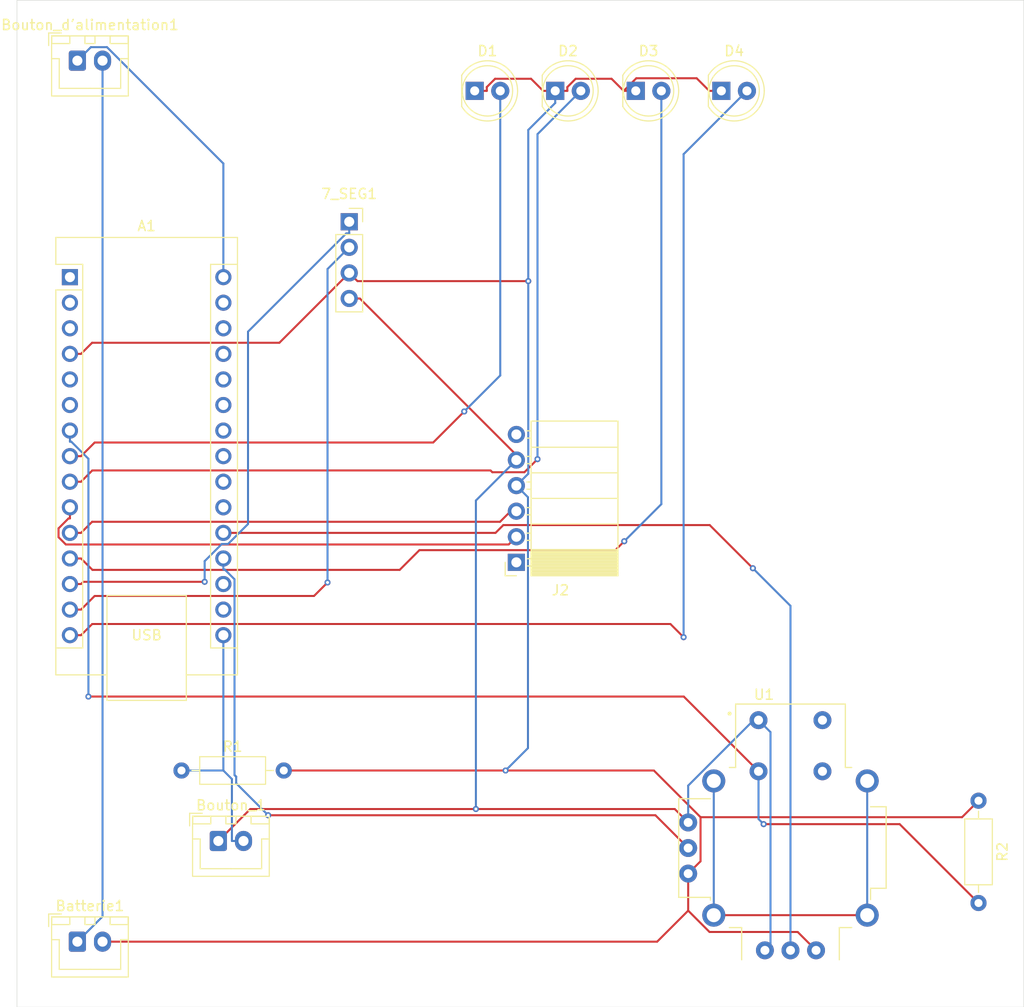
<source format=kicad_pcb>
(kicad_pcb (version 20241229) (generator "pcbnew") (generator_version "9.0")
  (layers (0 "F.Cu" signal) (2 "B.Cu" signal) (13 "F.Paste" user) (15 "B.Paste" user) (5 "F.SilkS" user "F.Silkscreen") (7 "B.SilkS" user "B.Silkscreen") (1 "F.Mask" user) (3 "B.Mask" user) (25 "Edge.Cuts" user))
  (net 0 "")
  (net 1 "/7_SEG_CLK")
  (net 2 "+5V")
  (net 3 "GND")
  (net 4 "/7_SEG_DIO")
  (net 8 "/H2")
  (net 9 "/LED_4")
  (net 11 "/LED_2")
  (net 13 "/LED_1")
  (net 14 "/V2")
  (net 15 "/BTH_TX")
  (net 17 "/BTN_1")
  (net 19 "/BTN_BATT_OUT")
  (net 24 "/BTH_RX")
  (net 25 "/<NO NET>")
  (net 31 "/LED_3")
  (net 32 "/BTN_BATT_IN")
  (net 33 "/BTH_EN")
  (net 34 "/BTH_STATE")
  (net 35 "Earth")
  (footprint "LED_THT:LED_D5.0mm_Clear" (layer "F.Cu") (at 149.46 59.5)
    (property "Reference" "D3" (at 1.27 -3.96 0) (layer "F.SilkS"))
    (property "Value" "LED")
    (fp_line (start -1.29 -1.545) (end -1.29 1.545) (stroke (width 0.12)) (layer "F.SilkS"))
    (fp_arc (start -1.29 -1.54483) (mid 2.071779 -2.880495) (end 4.26 0) (stroke (width 0.12)) (layer "F.SilkS"))
    (fp_arc (start 4.26 0) (mid 2.071779 2.880495) (end -1.29 1.54483) (stroke (width 0.12)) (layer "F.SilkS"))
    (fp_circle (center 1.27 0) (end 3.77 0) (stroke (width 0.12)) (fill no) (layer "F.SilkS"))
    (pad "1" thru_hole rect (at 0 0) (size 1.8 1.8) (drill 0.9) (layers "*.Cu" "*.Mask") (net 3 "GND"))
    (pad "2" thru_hole circle (at 2.54 0) (size 1.8 1.8) (drill 0.9) (layers "*.Cu" "*.Mask") (net 31 "/LED_3"))
  )
  (footprint "Resistor_THT:R_Axial_DIN0207_L6.3mm_D2.5mm_P10.16mm_Horizontal" (layer "F.Cu") (at 104.34 127)
    (property "Reference" "R1" (at 5.08 -2.37 0) (layer "F.SilkS"))
    (property "Value" "R")
    (fp_line (start 1.04 0) (end 1.81 0) (stroke (width 0.12)) (layer "F.SilkS"))
    (fp_line (start 9.12 0) (end 8.35 0) (stroke (width 0.12)) (layer "F.SilkS"))
    (fp_rect (start 1.81 -1.37) (end 8.35 1.37) (stroke (width 0.12)) (fill no) (layer "F.SilkS"))
    (pad "1" thru_hole circle (at 0 0) (size 1.6 1.6) (drill 0.8) (layers "*.Cu" "*.Mask") (net 17 "/BTN_1"))
    (pad "2" thru_hole circle (at 10.16 0) (size 1.6 1.6) (drill 0.8) (layers "*.Cu" "*.Mask") (net 3 "GND"))
  )
  (footprint "COM-09032:XDCR_COM-09032" (layer "F.Cu") (at 164.825 134.7)
    (property "Reference" "U1" (at -2.625 -15.235 0) (layer "F.SilkS"))
    (property "Value" "COM-09032")
    (fp_line (start -11.1 -4.9) (end -7.95 -4.9) (stroke (width 0.127)) (layer "F.SilkS"))
    (fp_line (start -11.1 4.9) (end -11.1 -4.9) (stroke (width 0.127)) (layer "F.SilkS"))
    (fp_line (start -7.95 4.9) (end -11.1 4.9) (stroke (width 0.127)) (layer "F.SilkS"))
    (fp_line (start -7.95 5.17) (end -7.95 4.9) (stroke (width 0.127)) (layer "F.SilkS"))
    (fp_line (start -6.07 -8) (end -5.45 -8) (stroke (width 0.127)) (layer "F.SilkS"))
    (fp_line (start -5.45 -14.3) (end 5.45 -14.3) (stroke (width 0.127)) (layer "F.SilkS"))
    (fp_line (start -5.45 -8) (end -5.45 -14.3) (stroke (width 0.127)) (layer "F.SilkS"))
    (fp_line (start -4.85 7.9) (end -6.07 7.9) (stroke (width 0.127)) (layer "F.SilkS"))
    (fp_line (start -4.85 11.1) (end -4.85 7.9) (stroke (width 0.127)) (layer "F.SilkS"))
    (fp_line (start 4.85 7.9) (end 4.85 11.1) (stroke (width 0.127)) (layer "F.SilkS"))
    (fp_line (start 5.45 -14.3) (end 5.45 -8) (stroke (width 0.127)) (layer "F.SilkS"))
    (fp_line (start 5.45 -8) (end 6.08 -8) (stroke (width 0.127)) (layer "F.SilkS"))
    (fp_line (start 6.08 7.9) (end 4.85 7.9) (stroke (width 0.127)) (layer "F.SilkS"))
    (fp_line (start 7.95 -4.1) (end 9.5 -4.1) (stroke (width 0.127)) (layer "F.SilkS"))
    (fp_line (start 7.95 4) (end 7.95 5.12) (stroke (width 0.127)) (layer "F.SilkS"))
    (fp_line (start 9.5 -4.1) (end 9.5 4) (stroke (width 0.127)) (layer "F.SilkS"))
    (fp_line (start 9.5 4) (end 7.95 4) (stroke (width 0.127)) (layer "F.SilkS"))
    (fp_circle (center -6.05 -13.35) (end -5.95 -13.35) (stroke (width 0.2)) (fill no) (layer "F.SilkS"))
    (pad "B1A" thru_hole circle (at -3.175 -12.7) (size 1.778 1.778) (drill 0.9) (layers "*.Cu" "*.Mask") (net 2 "+5V"))
    (pad "B1B" thru_hole circle (at 3.175 -12.7) (size 1.778 1.778) (drill 0.9) (layers "*.Cu" "*.Mask"))
    (pad "B2A" thru_hole circle (at -3.175 -7.62) (size 1.778 1.778) (drill 0.9) (layers "*.Cu" "*.Mask") (net 25 "/<NO NET>"))
    (pad "B2B" thru_hole circle (at 3.175 -7.62) (size 1.778 1.778) (drill 0.9) (layers "*.Cu" "*.Mask"))
    (pad "H1" thru_hole circle (at -2.54 10.16) (size 1.778 1.778) (drill 0.889) (layers "*.Cu" "*.Mask") (net 2 "+5V"))
    (pad "H2" thru_hole circle (at 0 10.16) (size 1.778 1.778) (drill 0.889) (layers "*.Cu" "*.Mask") (net 8 "/H2"))
    (pad "H3" thru_hole circle (at 2.54 10.16) (size 1.778 1.778) (drill 0.889) (layers "*.Cu" "*.Mask") (net 3 "GND"))
    (pad "S1" thru_hole circle (at -7.62 -6.6675) (size 2.286 2.286) (drill 1.397) (layers "*.Cu" "*.Mask") (net 35 "Earth"))
    (pad "S2" thru_hole circle (at -7.62 6.6675) (size 2.286 2.286) (drill 1.397) (layers "*.Cu" "*.Mask") (net 35 "Earth"))
    (pad "S3" thru_hole circle (at 7.62 6.6675) (size 2.286 2.286) (drill 1.397) (layers "*.Cu" "*.Mask") (net 35 "Earth"))
    (pad "S4" thru_hole circle (at 7.62 -6.6675) (size 2.286 2.286) (drill 1.397) (layers "*.Cu" "*.Mask") (net 35 "Earth"))
    (pad "V1" thru_hole circle (at -10.16 -2.54) (size 1.778 1.778) (drill 0.889) (layers "*.Cu" "*.Mask") (net 2 "+5V"))
    (pad "V2" thru_hole circle (at -10.16 0) (size 1.778 1.778) (drill 0.889) (layers "*.Cu" "*.Mask") (net 14 "/V2"))
    (pad "V3" thru_hole circle (at -10.16 2.54) (size 1.778 1.778) (drill 0.889) (layers "*.Cu" "*.Mask") (net 3 "GND"))
  )
  (footprint "LED_THT:LED_D5.0mm_Clear" (layer "F.Cu") (at 141.46 59.5)
    (property "Reference" "D2" (at 1.27 -3.96 0) (layer "F.SilkS"))
    (property "Value" "LED")
    (fp_line (start -1.29 -1.545) (end -1.29 1.545) (stroke (width 0.12)) (layer "F.SilkS"))
    (fp_arc (start -1.29 -1.54483) (mid 2.071779 -2.880495) (end 4.26 0) (stroke (width 0.12)) (layer "F.SilkS"))
    (fp_arc (start 4.26 0) (mid 2.071779 2.880495) (end -1.29 1.54483) (stroke (width 0.12)) (layer "F.SilkS"))
    (fp_circle (center 1.27 0) (end 3.77 0) (stroke (width 0.12)) (fill no) (layer "F.SilkS"))
    (pad "1" thru_hole rect (at 0 0) (size 1.8 1.8) (drill 0.9) (layers "*.Cu" "*.Mask") (net 3 "GND"))
    (pad "2" thru_hole circle (at 2.54 0) (size 1.8 1.8) (drill 0.9) (layers "*.Cu" "*.Mask") (net 11 "/LED_2"))
  )
  (footprint "Connector_JST:JST_XH_B2B-XH-A_1x02_P2.50mm_Vertical" (layer "F.Cu") (at 94 56.5)
    (property "Reference" "Bouton_d'alimentation1" (at 1.25 -3.55 0) (layer "F.SilkS"))
    (property "Value" "Conn_01x02_Socket")
    (fp_line (start -2.85 -2.75) (end -2.85 -1.5) (stroke (width 0.12)) (layer "F.SilkS"))
    (fp_line (start -2.55 -0.2) (end -1.8 -0.2) (stroke (width 0.12)) (layer "F.SilkS"))
    (fp_line (start -1.8 -0.2) (end -1.8 2.75) (stroke (width 0.12)) (layer "F.SilkS"))
    (fp_line (start -1.8 2.75) (end 1.25 2.75) (stroke (width 0.12)) (layer "F.SilkS"))
    (fp_line (start -1.6 -2.75) (end -2.85 -2.75) (stroke (width 0.12)) (layer "F.SilkS"))
    (fp_line (start 4.3 -0.2) (end 4.3 2.75) (stroke (width 0.12)) (layer "F.SilkS"))
    (fp_line (start 4.3 2.75) (end 1.25 2.75) (stroke (width 0.12)) (layer "F.SilkS"))
    (fp_line (start 5.05 -0.2) (end 4.3 -0.2) (stroke (width 0.12)) (layer "F.SilkS"))
    (fp_rect (start -2.56 -2.46) (end 5.06 3.51) (stroke (width 0.12)) (fill no) (layer "F.SilkS"))
    (fp_rect (start -2.55 -2.45) (end -0.75 -1.7) (stroke (width 0.12)) (fill no) (layer "F.SilkS"))
    (fp_rect (start 0.75 -2.45) (end 1.75 -1.7) (stroke (width 0.12)) (fill no) (layer "F.SilkS"))
    (fp_rect (start 3.25 -2.45) (end 5.05 -1.7) (stroke (width 0.12)) (fill no) (layer "F.SilkS"))
    (pad "1" thru_hole roundrect (at 0 0) (size 1.7 2) (drill 1) (layers "*.Cu" "*.Mask") (roundrect_rratio 0.147059) (net 19 "/BTN_BATT_OUT"))
    (pad "2" thru_hole oval (at 2.5 0) (size 1.7 2) (drill 1) (layers "*.Cu" "*.Mask") (net 32 "/BTN_BATT_IN"))
  )
  (footprint "LED_THT:LED_D5.0mm_Clear" (layer "F.Cu") (at 157.96 59.5)
    (property "Reference" "D4" (at 1.27 -3.96 0) (layer "F.SilkS"))
    (property "Value" "LED")
    (fp_line (start -1.29 -1.545) (end -1.29 1.545) (stroke (width 0.12)) (layer "F.SilkS"))
    (fp_arc (start -1.29 -1.54483) (mid 2.071779 -2.880495) (end 4.26 0) (stroke (width 0.12)) (layer "F.SilkS"))
    (fp_arc (start 4.26 0) (mid 2.071779 2.880495) (end -1.29 1.54483) (stroke (width 0.12)) (layer "F.SilkS"))
    (fp_circle (center 1.27 0) (end 3.77 0) (stroke (width 0.12)) (fill no) (layer "F.SilkS"))
    (pad "1" thru_hole rect (at 0 0) (size 1.8 1.8) (drill 0.9) (layers "*.Cu" "*.Mask") (net 3 "GND"))
    (pad "2" thru_hole circle (at 2.54 0) (size 1.8 1.8) (drill 0.9) (layers "*.Cu" "*.Mask") (net 9 "/LED_4"))
  )
  (footprint "Resistor_THT:R_Axial_DIN0207_L6.3mm_D2.5mm_P10.16mm_Horizontal" (layer "F.Cu") (at 183.5 130 -90)
    (property "Reference" "R2" (at 5.08 -2.37 90) (layer "F.SilkS"))
    (property "Value" "R")
    (fp_line (start 1.04 0) (end 1.81 0) (stroke (width 0.12)) (layer "F.SilkS"))
    (fp_line (start 9.12 0) (end 8.35 0) (stroke (width 0.12)) (layer "F.SilkS"))
    (fp_rect (start 1.81 -1.37) (end 8.35 1.37) (stroke (width 0.12)) (fill no) (layer "F.SilkS"))
    (pad "1" thru_hole circle (at 0 0 270) (size 1.6 1.6) (drill 0.8) (layers "*.Cu" "*.Mask") (net 3 "GND"))
    (pad "2" thru_hole circle (at 10.16 0 270) (size 1.6 1.6) (drill 0.8) (layers "*.Cu" "*.Mask") (net 25 "/<NO NET>"))
  )
  (footprint "Connector_JST:JST_XH_B2B-XH-A_1x02_P2.50mm_Vertical" (layer "F.Cu") (at 108 134)
    (property "Reference" "Bouton_1" (at 1.25 -3.55 0) (layer "F.SilkS"))
    (property "Value" "Conn_01x02_Socket")
    (fp_line (start -2.85 -2.75) (end -2.85 -1.5) (stroke (width 0.12)) (layer "F.SilkS"))
    (fp_line (start -2.55 -0.2) (end -1.8 -0.2) (stroke (width 0.12)) (layer "F.SilkS"))
    (fp_line (start -1.8 -0.2) (end -1.8 2.75) (stroke (width 0.12)) (layer "F.SilkS"))
    (fp_line (start -1.8 2.75) (end 1.25 2.75) (stroke (width 0.12)) (layer "F.SilkS"))
    (fp_line (start -1.6 -2.75) (end -2.85 -2.75) (stroke (width 0.12)) (layer "F.SilkS"))
    (fp_line (start 4.3 -0.2) (end 4.3 2.75) (stroke (width 0.12)) (layer "F.SilkS"))
    (fp_line (start 4.3 2.75) (end 1.25 2.75) (stroke (width 0.12)) (layer "F.SilkS"))
    (fp_line (start 5.05 -0.2) (end 4.3 -0.2) (stroke (width 0.12)) (layer "F.SilkS"))
    (fp_rect (start -2.56 -2.46) (end 5.06 3.51) (stroke (width 0.12)) (fill no) (layer "F.SilkS"))
    (fp_rect (start -2.55 -2.45) (end -0.75 -1.7) (stroke (width 0.12)) (fill no) (layer "F.SilkS"))
    (fp_rect (start 0.75 -2.45) (end 1.75 -1.7) (stroke (width 0.12)) (fill no) (layer "F.SilkS"))
    (fp_rect (start 3.25 -2.45) (end 5.05 -1.7) (stroke (width 0.12)) (fill no) (layer "F.SilkS"))
    (pad "1" thru_hole roundrect (at 0 0) (size 1.7 2) (drill 1) (layers "*.Cu" "*.Mask") (roundrect_rratio 0.147059) (net 2 "+5V"))
    (pad "2" thru_hole oval (at 2.5 0) (size 1.7 2) (drill 1) (layers "*.Cu" "*.Mask") (net 17 "/BTN_1"))
  )
  (footprint "Module:Arduino_Nano" (layer "F.Cu") (at 93.26 78)
    (property "Reference" "A1" (at 7.62 -5.08 0) (layer "F.SilkS"))
    (property "Value" "Arduino_Nano_v3.x")
    (fp_line (start -1.4 -3.94) (end -1.4 -1.27) (stroke (width 0.12)) (layer "F.SilkS"))
    (fp_line (start -1.4 1.27) (end -1.4 39.5) (stroke (width 0.12)) (layer "F.SilkS"))
    (fp_line (start -1.4 39.5) (end 3.68 39.5) (stroke (width 0.12)) (layer "F.SilkS"))
    (fp_line (start 1.27 -1.27) (end -1.4 -1.27) (stroke (width 0.12)) (layer "F.SilkS"))
    (fp_line (start 1.27 1.27) (end -1.4 1.27) (stroke (width 0.12)) (layer "F.SilkS"))
    (fp_line (start 1.27 1.27) (end 1.27 -1.27) (stroke (width 0.12)) (layer "F.SilkS"))
    (fp_line (start 1.27 1.27) (end 1.27 36.83) (stroke (width 0.12)) (layer "F.SilkS"))
    (fp_line (start 1.27 36.83) (end -1.4 36.83) (stroke (width 0.12)) (layer "F.SilkS"))
    (fp_line (start 3.68 31.62) (end 11.56 31.62) (stroke (width 0.12)) (layer "F.SilkS"))
    (fp_line (start 3.68 42.04) (end 3.68 31.62) (stroke (width 0.12)) (layer "F.SilkS"))
    (fp_line (start 11.56 31.62) (end 11.56 42.04) (stroke (width 0.12)) (layer "F.SilkS"))
    (fp_line (start 11.56 42.04) (end 3.68 42.04) (stroke (width 0.12)) (layer "F.SilkS"))
    (fp_line (start 13.97 -1.27) (end 13.97 36.83) (stroke (width 0.12)) (layer "F.SilkS"))
    (fp_line (start 13.97 -1.27) (end 16.64 -1.27) (stroke (width 0.12)) (layer "F.SilkS"))
    (fp_line (start 13.97 36.83) (end 16.64 36.83) (stroke (width 0.12)) (layer "F.SilkS"))
    (fp_line (start 16.64 -3.94) (end -1.4 -3.94) (stroke (width 0.12)) (layer "F.SilkS"))
    (fp_line (start 16.64 39.5) (end 11.56 39.5) (stroke (width 0.12)) (layer "F.SilkS"))
    (fp_line (start 16.64 39.5) (end 16.64 -3.94) (stroke (width 0.12)) (layer "F.SilkS"))
    (fp_text user "USB" (at 7.62 35.56 0) (layer "F.SilkS"))
    (pad "1" thru_hole rect (at 0 0) (size 1.6 1.6) (drill 1) (layers "*.Cu" "*.Mask"))
    (pad "2" thru_hole oval (at 0 2.54) (size 1.6 1.6) (drill 1) (layers "*.Cu" "*.Mask"))
    (pad "3" thru_hole oval (at 0 5.08) (size 1.6 1.6) (drill 1) (layers "*.Cu" "*.Mask"))
    (pad "4" thru_hole oval (at 0 7.62) (size 1.6 1.6) (drill 1) (layers "*.Cu" "*.Mask") (net 3 "GND"))
    (pad "5" thru_hole oval (at 0 10.16) (size 1.6 1.6) (drill 1) (layers "*.Cu" "*.Mask"))
    (pad "6" thru_hole oval (at 0 12.7) (size 1.6 1.6) (drill 1) (layers "*.Cu" "*.Mask"))
    (pad "7" thru_hole oval (at 0 15.24) (size 1.6 1.6) (drill 1) (layers "*.Cu" "*.Mask") (net 25 "/<NO NET>"))
    (pad "8" thru_hole oval (at 0 17.78) (size 1.6 1.6) (drill 1) (layers "*.Cu" "*.Mask") (net 13 "/LED_1"))
    (pad "9" thru_hole oval (at 0 20.32) (size 1.6 1.6) (drill 1) (layers "*.Cu" "*.Mask") (net 11 "/LED_2"))
    (pad "10" thru_hole oval (at 0 22.86) (size 1.6 1.6) (drill 1) (layers "*.Cu" "*.Mask") (net 24 "/BTH_RX"))
    (pad "11" thru_hole oval (at 0 25.4) (size 1.6 1.6) (drill 1) (layers "*.Cu" "*.Mask") (net 15 "/BTH_TX"))
    (pad "12" thru_hole oval (at 0 27.94) (size 1.6 1.6) (drill 1) (layers "*.Cu" "*.Mask") (net 31 "/LED_3"))
    (pad "13" thru_hole oval (at 0 30.48) (size 1.6 1.6) (drill 1) (layers "*.Cu" "*.Mask") (net 1 "/7_SEG_CLK"))
    (pad "14" thru_hole oval (at 0 33.02) (size 1.6 1.6) (drill 1) (layers "*.Cu" "*.Mask") (net 4 "/7_SEG_DIO"))
    (pad "15" thru_hole oval (at 0 35.56) (size 1.6 1.6) (drill 1) (layers "*.Cu" "*.Mask") (net 9 "/LED_4"))
    (pad "16" thru_hole oval (at 15.24 35.56) (size 1.6 1.6) (drill 1) (layers "*.Cu" "*.Mask") (net 17 "/BTN_1"))
    (pad "17" thru_hole oval (at 15.24 33.02) (size 1.6 1.6) (drill 1) (layers "*.Cu" "*.Mask"))
    (pad "18" thru_hole oval (at 15.24 30.48) (size 1.6 1.6) (drill 1) (layers "*.Cu" "*.Mask"))
    (pad "19" thru_hole oval (at 15.24 27.94) (size 1.6 1.6) (drill 1) (layers "*.Cu" "*.Mask") (net 14 "/V2"))
    (pad "20" thru_hole oval (at 15.24 25.4) (size 1.6 1.6) (drill 1) (layers "*.Cu" "*.Mask") (net 8 "/H2"))
    (pad "21" thru_hole oval (at 15.24 22.86) (size 1.6 1.6) (drill 1) (layers "*.Cu" "*.Mask"))
    (pad "22" thru_hole oval (at 15.24 20.32) (size 1.6 1.6) (drill 1) (layers "*.Cu" "*.Mask"))
    (pad "23" thru_hole oval (at 15.24 17.78) (size 1.6 1.6) (drill 1) (layers "*.Cu" "*.Mask"))
    (pad "24" thru_hole oval (at 15.24 15.24) (size 1.6 1.6) (drill 1) (layers "*.Cu" "*.Mask"))
    (pad "25" thru_hole oval (at 15.24 12.7) (size 1.6 1.6) (drill 1) (layers "*.Cu" "*.Mask"))
    (pad "26" thru_hole oval (at 15.24 10.16) (size 1.6 1.6) (drill 1) (layers "*.Cu" "*.Mask"))
    (pad "27" thru_hole oval (at 15.24 7.62) (size 1.6 1.6) (drill 1) (layers "*.Cu" "*.Mask"))
    (pad "28" thru_hole oval (at 15.24 5.08) (size 1.6 1.6) (drill 1) (layers "*.Cu" "*.Mask"))
    (pad "29" thru_hole oval (at 15.24 2.54) (size 1.6 1.6) (drill 1) (layers "*.Cu" "*.Mask"))
    (pad "30" thru_hole oval (at 15.24 0) (size 1.6 1.6) (drill 1) (layers "*.Cu" "*.Mask") (net 19 "/BTN_BATT_OUT"))
  )
  (footprint "Connector_JST:JST_XH_B2B-XH-A_1x02_P2.50mm_Vertical" (layer "F.Cu") (at 94 144)
    (property "Reference" "Batterie1" (at 1.25 -3.55 0) (layer "F.SilkS"))
    (property "Value" "Conn_01x02_Socket")
    (fp_line (start -2.85 -2.75) (end -2.85 -1.5) (stroke (width 0.12)) (layer "F.SilkS"))
    (fp_line (start -2.55 -0.2) (end -1.8 -0.2) (stroke (width 0.12)) (layer "F.SilkS"))
    (fp_line (start -1.8 -0.2) (end -1.8 2.75) (stroke (width 0.12)) (layer "F.SilkS"))
    (fp_line (start -1.8 2.75) (end 1.25 2.75) (stroke (width 0.12)) (layer "F.SilkS"))
    (fp_line (start -1.6 -2.75) (end -2.85 -2.75) (stroke (width 0.12)) (layer "F.SilkS"))
    (fp_line (start 4.3 -0.2) (end 4.3 2.75) (stroke (width 0.12)) (layer "F.SilkS"))
    (fp_line (start 4.3 2.75) (end 1.25 2.75) (stroke (width 0.12)) (layer "F.SilkS"))
    (fp_line (start 5.05 -0.2) (end 4.3 -0.2) (stroke (width 0.12)) (layer "F.SilkS"))
    (fp_rect (start -2.56 -2.46) (end 5.06 3.51) (stroke (width 0.12)) (fill no) (layer "F.SilkS"))
    (fp_rect (start -2.55 -2.45) (end -0.75 -1.7) (stroke (width 0.12)) (fill no) (layer "F.SilkS"))
    (fp_rect (start 0.75 -2.45) (end 1.75 -1.7) (stroke (width 0.12)) (fill no) (layer "F.SilkS"))
    (fp_rect (start 3.25 -2.45) (end 5.05 -1.7) (stroke (width 0.12)) (fill no) (layer "F.SilkS"))
    (pad "1" thru_hole roundrect (at 0 0) (size 1.7 2) (drill 1) (layers "*.Cu" "*.Mask") (roundrect_rratio 0.147059) (net 32 "/BTN_BATT_IN"))
    (pad "2" thru_hole oval (at 2.5 0) (size 1.7 2) (drill 1) (layers "*.Cu" "*.Mask") (net 3 "GND"))
  )
  (footprint "Connector_PinSocket_2.54mm:PinSocket_1x06_P2.54mm_Horizontal" (layer "F.Cu") (at 137.6 106.325 180)
    (property "Reference" "J2" (at -4.38 -2.77 0) (layer "F.SilkS"))
    (property "Value" "Bluetooth")
    (fp_line (start 1.11 -1.33) (end 1.11 0) (stroke (width 0.12)) (layer "F.SilkS"))
    (fp_line (start 0 -1.33) (end 1.11 -1.33) (stroke (width 0.12)) (layer "F.SilkS"))
    (fp_line (start -1.46 13.06) (end -1.05 13.06) (stroke (width 0.12)) (layer "F.SilkS"))
    (fp_line (start -1.46 12.34) (end -1.05 12.34) (stroke (width 0.12)) (layer "F.SilkS"))
    (fp_line (start -1.46 10.52) (end -1.05 10.52) (stroke (width 0.12)) (layer "F.SilkS"))
    (fp_line (start -1.46 9.8) (end -1.05 9.8) (stroke (width 0.12)) (layer "F.SilkS"))
    (fp_line (start -1.46 7.98) (end -1.05 7.98) (stroke (width 0.12)) (layer "F.SilkS"))
    (fp_line (start -1.46 7.26) (end -1.05 7.26) (stroke (width 0.12)) (layer "F.SilkS"))
    (fp_line (start -1.46 5.44) (end -1.05 5.44) (stroke (width 0.12)) (layer "F.SilkS"))
    (fp_line (start -1.46 4.72) (end -1.05 4.72) (stroke (width 0.12)) (layer "F.SilkS"))
    (fp_line (start -1.46 2.9) (end -1.05 2.9) (stroke (width 0.12)) (layer "F.SilkS"))
    (fp_line (start -1.46 2.18) (end -1.05 2.18) (stroke (width 0.12)) (layer "F.SilkS"))
    (fp_line (start -1.46 0.36) (end -1.11 0.36) (stroke (width 0.12)) (layer "F.SilkS"))
    (fp_line (start -1.46 -0.36) (end -1.11 -0.36) (stroke (width 0.12)) (layer "F.SilkS"))
    (fp_line (start -1.46 -1.33) (end -1.46 14.03) (stroke (width 0.12)) (layer "F.SilkS"))
    (fp_line (start -10.09 14.03) (end -1.46 14.03) (stroke (width 0.12)) (layer "F.SilkS"))
    (fp_line (start -10.09 11.43) (end -1.46 11.43) (stroke (width 0.12)) (layer "F.SilkS"))
    (fp_line (start -10.09 8.89) (end -1.46 8.89) (stroke (width 0.12)) (layer "F.SilkS"))
    (fp_line (start -10.09 6.35) (end -1.46 6.35) (stroke (width 0.12)) (layer "F.SilkS"))
    (fp_line (start -10.09 3.81) (end -1.46 3.81) (stroke (width 0.12)) (layer "F.SilkS"))
    (fp_line (start -10.09 1.27) (end -1.46 1.27) (stroke (width 0.12)) (layer "F.SilkS"))
    (fp_line (start -10.09 1.1519) (end -1.46 1.1519) (stroke (width 0.12)) (layer "F.SilkS"))
    (fp_line (start -10.09 1.033805) (end -1.46 1.033805) (stroke (width 0.12)) (layer "F.SilkS"))
    (fp_line (start -10.09 0.91571) (end -1.46 0.91571) (stroke (width 0.12)) (layer "F.SilkS"))
    (fp_line (start -10.09 0.797615) (end -1.46 0.797615) (stroke (width 0.12)) (layer "F.SilkS"))
    (fp_line (start -10.09 0.67952) (end -1.46 0.67952) (stroke (width 0.12)) (layer "F.SilkS"))
    (fp_line (start -10.09 0.561425) (end -1.46 0.561425) (stroke (width 0.12)) (layer "F.SilkS"))
    (fp_line (start -10.09 0.44333) (end -1.46 0.44333) (stroke (width 0.12)) (layer "F.SilkS"))
    (fp_line (start -10.09 0.325235) (end -1.46 0.325235) (stroke (width 0.12)) (layer "F.SilkS"))
    (fp_line (start -10.09 0.20714) (end -1.46 0.20714) (stroke (width 0.12)) (layer "F.SilkS"))
    (fp_line (start -10.09 0.089045) (end -1.46 0.089045) (stroke (width 0.12)) (layer "F.SilkS"))
    (fp_line (start -10.09 -0.02905) (end -1.46 -0.02905) (stroke (width 0.12)) (layer "F.SilkS"))
    (fp_line (start -10.09 -0.147145) (end -1.46 -0.147145) (stroke (width 0.12)) (layer "F.SilkS"))
    (fp_line (start -10.09 -0.26524) (end -1.46 -0.26524) (stroke (width 0.12)) (layer "F.SilkS"))
    (fp_line (start -10.09 -0.383335) (end -1.46 -0.383335) (stroke (width 0.12)) (layer "F.SilkS"))
    (fp_line (start -10.09 -0.50143) (end -1.46 -0.50143) (stroke (width 0.12)) (layer "F.SilkS"))
    (fp_line (start -10.09 -0.619525) (end -1.46 -0.619525) (stroke (width 0.12)) (layer "F.SilkS"))
    (fp_line (start -10.09 -0.73762) (end -1.46 -0.73762) (stroke (width 0.12)) (layer "F.SilkS"))
    (fp_line (start -10.09 -0.855715) (end -1.46 -0.855715) (stroke (width 0.12)) (layer "F.SilkS"))
    (fp_line (start -10.09 -0.97381) (end -1.46 -0.97381) (stroke (width 0.12)) (layer "F.SilkS"))
    (fp_line (start -10.09 -1.091905) (end -1.46 -1.091905) (stroke (width 0.12)) (layer "F.SilkS"))
    (fp_line (start -10.09 -1.21) (end -1.46 -1.21) (stroke (width 0.12)) (layer "F.SilkS"))
    (fp_line (start -10.09 -1.33) (end -1.46 -1.33) (stroke (width 0.12)) (layer "F.SilkS"))
    (fp_line (start -10.09 -1.33) (end -10.09 14.03) (stroke (width 0.12)) (layer "F.SilkS"))
    (pad "1" thru_hole rect (at 0 0 180) (size 1.7 1.7) (drill 1) (layers "*.Cu" "*.Mask") (net 34 "/BTH_STATE"))
    (pad "2" thru_hole circle (at 0 2.54 180) (size 1.7 1.7) (drill 1) (layers "*.Cu" "*.Mask") (net 24 "/BTH_RX"))
    (pad "3" thru_hole circle (at 0 5.08 180) (size 1.7 1.7) (drill 1) (layers "*.Cu" "*.Mask") (net 15 "/BTH_TX"))
    (pad "4" thru_hole circle (at 0 7.62 180) (size 1.7 1.7) (drill 1) (layers "*.Cu" "*.Mask") (net 3 "GND"))
    (pad "5" thru_hole circle (at 0 10.16 180) (size 1.7 1.7) (drill 1) (layers "*.Cu" "*.Mask") (net 2 "+5V"))
    (pad "6" thru_hole circle (at 0 12.7 180) (size 1.7 1.7) (drill 1) (layers "*.Cu" "*.Mask") (net 33 "/BTH_EN"))
  )
  (footprint "Connector_PinSocket_2.54mm:PinSocket_1x04_P2.54mm_Vertical" (layer "F.Cu") (at 121 72.5)
    (property "Reference" "7_SEG1" (at 0 -2.77 0) (layer "F.SilkS"))
    (property "Value" "Conn_01x04_Socket")
    (fp_line (start -1.33 1.27) (end -1.33 8.95) (stroke (width 0.12)) (layer "F.SilkS"))
    (fp_line (start -1.33 1.27) (end 1.33 1.27) (stroke (width 0.12)) (layer "F.SilkS"))
    (fp_line (start -1.33 8.95) (end 1.33 8.95) (stroke (width 0.12)) (layer "F.SilkS"))
    (fp_line (start 0 -1.33) (end 1.33 -1.33) (stroke (width 0.12)) (layer "F.SilkS"))
    (fp_line (start 1.33 -1.33) (end 1.33 0) (stroke (width 0.12)) (layer "F.SilkS"))
    (fp_line (start 1.33 1.27) (end 1.33 8.95) (stroke (width 0.12)) (layer "F.SilkS"))
    (pad "1" thru_hole rect (at 0 0) (size 1.7 1.7) (drill 1) (layers "*.Cu" "*.Mask") (net 1 "/7_SEG_CLK"))
    (pad "2" thru_hole circle (at 0 2.54) (size 1.7 1.7) (drill 1) (layers "*.Cu" "*.Mask") (net 4 "/7_SEG_DIO"))
    (pad "3" thru_hole circle (at 0 5.08) (size 1.7 1.7) (drill 1) (layers "*.Cu" "*.Mask") (net 3 "GND"))
    (pad "4" thru_hole circle (at 0 7.62) (size 1.7 1.7) (drill 1) (layers "*.Cu" "*.Mask") (net 2 "+5V"))
  )
  (footprint "LED_THT:LED_D5.0mm_Clear" (layer "F.Cu") (at 133.46 59.5)
    (property "Reference" "D1" (at 1.27 -3.96 0) (layer "F.SilkS"))
    (property "Value" "LED")
    (fp_line (start -1.29 -1.545) (end -1.29 1.545) (stroke (width 0.12)) (layer "F.SilkS"))
    (fp_arc (start -1.29 -1.54483) (mid 2.071779 -2.880495) (end 4.26 0) (stroke (width 0.12)) (layer "F.SilkS"))
    (fp_arc (start 4.26 0) (mid 2.071779 2.880495) (end -1.29 1.54483) (stroke (width 0.12)) (layer "F.SilkS"))
    (fp_circle (center 1.27 0) (end 3.77 0) (stroke (width 0.12)) (fill no) (layer "F.SilkS"))
    (pad "1" thru_hole rect (at 0 0) (size 1.8 1.8) (drill 0.9) (layers "*.Cu" "*.Mask") (net 3 "GND"))
    (pad "2" thru_hole circle (at 2.54 0) (size 1.8 1.8) (drill 0.9) (layers "*.Cu" "*.Mask") (net 13 "/LED_1"))
  )
  (gr_rect (start 88 50.5) (end 188 150.5) (stroke (width 0.05)) (fill no) (layer "Edge.Cuts"))
  (segment (start 94.584 108.2577) (end 94.3617 108.48) (width 0.2) (layer "F.Cu") (net 1))
  (segment (start 106.6413 108.2577) (end 94.584 108.2577) (width 0.2) (layer "F.Cu") (net 1))
  (segment (start 93.26 108.48) (end 94.3617 108.48) (width 0.2) (layer "F.Cu") (net 1))
  (via (at 106.6413 108.2577) (size 0.6) (drill 0.3) (layers "F.Cu" "B.Cu") (net 1))
  (segment (start 121 73.6517) (end 120.7121 73.6517) (width 0.2) (layer "B.Cu") (net 1))
  (segment (start 120.7121 73.6517) (end 110.9473 83.4165) (width 0.2) (layer "B.Cu") (net 1))
  (segment (start 108.3487 104.5029) (end 106.6413 106.2103) (width 0.2) (layer "B.Cu") (net 1))
  (segment (start 106.6413 106.2103) (end 106.6413 108.2577) (width 0.2) (layer "B.Cu") (net 1))
  (segment (start 110.9473 83.4165) (end 110.9473 102.5201) (width 0.2) (layer "B.Cu") (net 1))
  (segment (start 108.9645 104.5029) (end 108.3487 104.5029) (width 0.2) (layer "B.Cu") (net 1))
  (segment (start 121 72.5) (end 121 73.6517) (width 0.2) (layer "B.Cu") (net 1))
  (segment (start 110.9473 102.5201) (end 108.9645 104.5029) (width 0.2) (layer "B.Cu") (net 1))
  (segment (start 122.0532 80.12) (end 121 80.12) (width 0.2) (layer "F.Cu") (net 2))
  (segment (start 111.1742 130.8258) (end 133.5801 130.8258) (width 0.2) (layer "F.Cu") (net 2))
  (segment (start 137.6 95.6668) (end 122.0532 80.12) (width 0.2) (layer "F.Cu") (net 2))
  (segment (start 137.6 96.165) (end 137.6 95.6668) (width 0.2) (layer "F.Cu") (net 2))
  (segment (start 133.5801 130.8258) (end 153.3308 130.8258) (width 0.2) (layer "F.Cu") (net 2))
  (segment (start 153.3308 130.8258) (end 154.665 132.16) (width 0.2) (layer "F.Cu") (net 2))
  (segment (start 108 134) (end 111.1742 130.8258) (width 0.2) (layer "F.Cu") (net 2))
  (via (at 133.5801 130.8258) (size 0.6) (drill 0.3) (layers "F.Cu" "B.Cu") (net 2))
  (segment (start 161.1666 122) (end 161.65 122) (width 0.2) (layer "B.Cu") (net 2))
  (segment (start 137.6 96.165) (end 133.5801 100.1849) (width 0.2) (layer "B.Cu") (net 2))
  (segment (start 162.8407 144.3043) (end 162.8407 123.1907) (width 0.2) (layer "B.Cu") (net 2))
  (segment (start 154.665 128.5016) (end 161.1666 122) (width 0.2) (layer "B.Cu") (net 2))
  (segment (start 162.285 144.86) (end 162.8407 144.3043) (width 0.2) (layer "B.Cu") (net 2))
  (segment (start 133.5801 100.1849) (end 133.5801 130.8258) (width 0.2) (layer "B.Cu") (net 2))
  (segment (start 162.8407 123.1907) (end 161.65 122) (width 0.2) (layer "B.Cu") (net 2))
  (segment (start 154.665 132.16) (end 154.665 128.5016) (width 0.2) (layer "B.Cu") (net 2))
  (segment (start 157.96 59.5) (end 156.7583 59.5) (width 0.2) (layer "F.Cu") (net 3))
  (segment (start 149.46 59.5) (end 148.2583 59.5) (width 0.2) (layer "F.Cu") (net 3))
  (segment (start 147.0566 58.2983) (end 143.4878 58.2983) (width 0.2) (layer "F.Cu") (net 3))
  (segment (start 114.5 127) (end 136.5272 127) (width 0.2) (layer "F.Cu") (net 3))
  (segment (start 151.5827 144) (end 154.665 140.9177) (width 0.2) (layer "F.Cu") (net 3))
  (segment (start 156.7583 59.5) (end 155.5043 58.246) (width 0.2) (layer "F.Cu") (net 3))
  (segment (start 142.6617 59.1244) (end 142.6617 59.5) (width 0.2) (layer "F.Cu") (net 3))
  (segment (start 139.0566 58.2983) (end 140.2583 59.5) (width 0.2) (layer "F.Cu") (net 3))
  (segment (start 141.46 59.5) (end 142.6617 59.5) (width 0.2) (layer "F.Cu") (net 3))
  (segment (start 141.46 59.5) (end 140.2583 59.5) (width 0.2) (layer "F.Cu") (net 3))
  (segment (start 154.665 140.9177) (end 154.665 137.24) (width 0.2) (layer "F.Cu") (net 3))
  (segment (start 136.5272 127) (end 151.255 127) (width 0.2) (layer "F.Cu") (net 3))
  (segment (start 93.26 85.62) (end 94.3617 85.62) (width 0.2) (layer "F.Cu") (net 3))
  (segment (start 155.5043 58.246) (end 149.5123 58.246) (width 0.2) (layer "F.Cu") (net 3))
  (segment (start 167.365 144.86) (end 165.5417 143.0367) (width 0.2) (layer "F.Cu") (net 3))
  (segment (start 143.4878 58.2983) (end 142.6617 59.1244) (width 0.2) (layer "F.Cu") (net 3))
  (segment (start 156.784 143.0367) (end 154.665 140.9177) (width 0.2) (layer "F.Cu") (net 3))
  (segment (start 148.2583 59.5) (end 147.0566 58.2983) (width 0.2) (layer "F.Cu") (net 3))
  (segment (start 121.816 78.396) (end 121 77.58) (width 0.2) (layer "F.Cu") (net 3))
  (segment (start 134.6617 59.5) (end 134.6617 59.1244) (width 0.2) (layer "F.Cu") (net 3))
  (segment (start 155.8923 136.0127) (end 154.665 137.24) (width 0.2) (layer "F.Cu") (net 3))
  (segment (start 155.8923 131.6373) (end 181.8627 131.6373) (width 0.2) (layer "F.Cu") (net 3))
  (segment (start 151.255 127) (end 155.8923 131.6373) (width 0.2) (layer "F.Cu") (net 3))
  (segment (start 149.5123 58.246) (end 148.2583 59.5) (width 0.2) (layer "F.Cu") (net 3))
  (segment (start 133.46 59.5) (end 134.6617 59.5) (width 0.2) (layer "F.Cu") (net 3))
  (segment (start 165.5417 143.0367) (end 156.784 143.0367) (width 0.2) (layer "F.Cu") (net 3))
  (segment (start 114.0617 84.5183) (end 121 77.58) (width 0.2) (layer "F.Cu") (net 3))
  (segment (start 181.8627 131.6373) (end 183.5 130) (width 0.2) (layer "F.Cu") (net 3))
  (segment (start 95.4634 84.5183) (end 114.0617 84.5183) (width 0.2) (layer "F.Cu") (net 3))
  (segment (start 94.3617 85.62) (end 95.4634 84.5183) (width 0.2) (layer "F.Cu") (net 3))
  (segment (start 135.4878 58.2983) (end 139.0566 58.2983) (width 0.2) (layer "F.Cu") (net 3))
  (segment (start 96.5 144) (end 151.5827 144) (width 0.2) (layer "F.Cu") (net 3))
  (segment (start 155.8923 131.6373) (end 155.8923 136.0127) (width 0.2) (layer "F.Cu") (net 3))
  (segment (start 138.7829 78.396) (end 121.816 78.396) (width 0.2) (layer "F.Cu") (net 3))
  (segment (start 134.6617 59.1244) (end 135.4878 58.2983) (width 0.2) (layer "F.Cu") (net 3))
  (via (at 136.5272 127) (size 0.6) (drill 0.3) (layers "F.Cu" "B.Cu") (net 3))
  (via (at 138.7829 78.396) (size 0.6) (drill 0.3) (layers "F.Cu" "B.Cu") (net 3))
  (segment (start 138.7517 124.7755) (end 138.7517 99.8567) (width 0.2) (layer "B.Cu") (net 3))
  (segment (start 138.7517 99.8567) (end 137.6 98.705) (width 0.2) (layer "B.Cu") (net 3))
  (segment (start 138.7829 63.3788) (end 141.46 60.7017) (width 0.2) (layer "B.Cu") (net 3))
  (segment (start 137.6 98.705) (end 138.7829 97.5221) (width 0.2) (layer "B.Cu") (net 3))
  (segment (start 138.7829 78.396) (end 138.7829 63.3788) (width 0.2) (layer "B.Cu") (net 3))
  (segment (start 136.5272 127) (end 138.7517 124.7755) (width 0.2) (layer "B.Cu") (net 3))
  (segment (start 138.7829 97.5221) (end 138.7829 78.396) (width 0.2) (layer "B.Cu") (net 3))
  (segment (start 141.46 59.5) (end 141.46 60.7017) (width 0.2) (layer "B.Cu") (net 3))
  (segment (start 93.26 111.02) (end 94.3617 111.02) (width 0.2) (layer "F.Cu") (net 4))
  (segment (start 95.7167 109.665) (end 94.3617 111.02) (width 0.2) (layer "F.Cu") (net 4))
  (segment (start 117.5049 109.665) (end 95.7167 109.665) (width 0.2) (layer "F.Cu") (net 4))
  (segment (start 118.8446 108.3253) (end 117.5049 109.665) (width 0.2) (layer "F.Cu") (net 4))
  (via (at 118.8446 108.3253) (size 0.6) (drill 0.3) (layers "F.Cu" "B.Cu") (net 4))
  (segment (start 118.8446 77.1954) (end 121 75.04) (width 0.2) (layer "B.Cu") (net 4))
  (segment (start 118.8446 108.3253) (end 118.8446 77.1954) (width 0.2) (layer "B.Cu") (net 4))
  (segment (start 156.8029 102.6256) (end 136.3021 102.6256) (width 0.2) (layer "F.Cu") (net 8))
  (segment (start 135.5277 103.4) (end 108.5 103.4) (width 0.2) (layer "F.Cu") (net 8))
  (segment (start 136.3021 102.6256) (end 135.5277 103.4) (width 0.2) (layer "F.Cu") (net 8))
  (segment (start 161.0888 106.9115) (end 156.8029 102.6256) (width 0.2) (layer "F.Cu") (net 8))
  (via (at 161.0888 106.9115) (size 0.6) (drill 0.3) (layers "F.Cu" "B.Cu") (net 8))
  (segment (start 164.825 144.86) (end 164.825 110.6477) (width 0.2) (layer "B.Cu") (net 8))
  (segment (start 164.825 110.6477) (end 161.0888 106.9115) (width 0.2) (layer "B.Cu") (net 8))
  (segment (start 94.3617 113.56) (end 95.473 112.4487) (width 0.2) (layer "F.Cu") (net 9))
  (segment (start 95.473 112.4487) (end 152.8973 112.4487) (width 0.2) (layer "F.Cu") (net 9))
  (segment (start 93.26 113.56) (end 94.3617 113.56) (width 0.2) (layer "F.Cu") (net 9))
  (segment (start 152.8973 112.4487) (end 154.2098 113.7612) (width 0.2) (layer "F.Cu") (net 9))
  (via (at 154.2098 113.7612) (size 0.6) (drill 0.3) (layers "F.Cu" "B.Cu") (net 9))
  (segment (start 154.2098 65.7902) (end 154.2098 113.7612) (width 0.2) (layer "B.Cu") (net 9))
  (segment (start 160.5 59.5) (end 154.2098 65.7902) (width 0.2) (layer "B.Cu") (net 9))
  (segment (start 135.2103 97.3756) (end 138.4019 97.3756) (width 0.2) (layer "F.Cu") (net 11))
  (segment (start 94.3617 98.32) (end 95.4844 97.1973) (width 0.2) (layer "F.Cu") (net 11))
  (segment (start 135.032 97.1973) (end 135.2103 97.3756) (width 0.2) (layer "F.Cu") (net 11))
  (segment (start 95.4844 97.1973) (end 135.032 97.1973) (width 0.2) (layer "F.Cu") (net 11))
  (segment (start 138.4019 97.3756) (end 139.6989 96.0786) (width 0.2) (layer "F.Cu") (net 11))
  (segment (start 93.26 98.32) (end 94.3617 98.32) (width 0.2) (layer "F.Cu") (net 11))
  (via (at 139.6989 96.0786) (size 0.6) (drill 0.3) (layers "F.Cu" "B.Cu") (net 11))
  (segment (start 139.6989 63.8011) (end 144 59.5) (width 0.2) (layer "B.Cu") (net 11))
  (segment (start 139.6989 96.0786) (end 139.6989 63.8011) (width 0.2) (layer "B.Cu") (net 11))
  (segment (start 129.3395 94.425) (end 95.7167 94.425) (width 0.2) (layer "F.Cu") (net 13))
  (segment (start 132.4234 91.3411) (end 129.3395 94.425) (width 0.2) (layer "F.Cu") (net 13))
  (segment (start 95.7167 94.425) (end 94.3617 95.78) (width 0.2) (layer "F.Cu") (net 13))
  (segment (start 93.26 95.78) (end 94.3617 95.78) (width 0.2) (layer "F.Cu") (net 13))
  (via (at 132.4234 91.3411) (size 0.6) (drill 0.3) (layers "F.Cu" "B.Cu") (net 13))
  (segment (start 136 87.7645) (end 132.4234 91.3411) (width 0.2) (layer "B.Cu") (net 13))
  (segment (start 136 59.5) (end 136 87.7645) (width 0.2) (layer "B.Cu") (net 13))
  (segment (start 151.4088 131.4438) (end 154.665 134.7) (width 0.2) (layer "F.Cu") (net 14))
  (segment (start 112.9504 131.4438) (end 151.4088 131.4438) (width 0.2) (layer "F.Cu") (net 14))
  (via (at 112.9504 131.4438) (size 0.6) (drill 0.3) (layers "F.Cu" "B.Cu") (net 14))
  (segment (start 108.6377 107.0417) (end 108.5 107.0417) (width 0.2) (layer "B.Cu") (net 14))
  (segment (start 109.773 127.6155) (end 109.6067 127.4492) (width 0.2) (layer "B.Cu") (net 14))
  (segment (start 109.773 127.6155) (end 109.6067 127.4492) (width 0.2) (layer "B.Cu") (net 14))
  (segment (start 109.6067 127.4492) (end 109.6067 108.0107) (width 0.2) (layer "B.Cu") (net 14))
  (segment (start 109.773 128.2664) (end 109.773 127.6155) (width 0.2) (layer "B.Cu") (net 14))
  (segment (start 109.6067 108.0107) (end 108.6377 107.0417) (width 0.2) (layer "B.Cu") (net 14))
  (segment (start 112.9504 131.4438) (end 109.773 128.2664) (width 0.2) (layer "B.Cu") (net 14))
  (segment (start 108.5 105.94) (end 108.5 107.0417) (width 0.2) (layer "B.Cu") (net 14))
  (segment (start 137.6 101.245) (end 137.0321 101.245) (width 0.2) (layer "F.Cu") (net 15))
  (segment (start 135.9788 102.2983) (end 95.4634 102.2983) (width 0.2) (layer "F.Cu") (net 15))
  (segment (start 93.26 103.4) (end 94.3617 103.4) (width 0.2) (layer "F.Cu") (net 15))
  (segment (start 137.0321 101.245) (end 135.9788 102.2983) (width 0.2) (layer "F.Cu") (net 15))
  (segment (start 95.4634 102.2983) (end 94.3617 103.4) (width 0.2) (layer "F.Cu") (net 15))
  (segment (start 110.5 134) (end 109.3483 134) (width 0.2) (layer "B.Cu") (net 17))
  (segment (start 108.5 127) (end 108.5 113.56) (width 0.2) (layer "B.Cu") (net 17))
  (segment (start 109.3483 127.8483) (end 108.5 127) (width 0.2) (layer "B.Cu") (net 17))
  (segment (start 109.3483 134) (end 109.3483 127.8483) (width 0.2) (layer "B.Cu") (net 17))
  (segment (start 104.34 127) (end 108.5 127) (width 0.2) (layer "B.Cu") (net 17))
  (segment (start 96.9433 55.1594) (end 108.5 66.7161) (width 0.2) (layer "B.Cu") (net 19))
  (segment (start 108.5 66.7161) (end 108.5 78) (width 0.2) (layer "B.Cu") (net 19))
  (segment (start 95.3406 55.1594) (end 96.9433 55.1594) (width 0.2) (layer "B.Cu") (net 19))
  (segment (start 94 56.5) (end 95.3406 55.1594) (width 0.2) (layer "B.Cu") (net 19))
  (segment (start 93.26 100.86) (end 93.26 101.9617) (width 0.2) (layer "F.Cu") (net 24))
  (segment (start 92.8521 104.5521) (end 136.8329 104.5521) (width 0.2) (layer "F.Cu") (net 24))
  (segment (start 93.1223 101.9617) (end 92.129 102.955) (width 0.2) (layer "F.Cu") (net 24))
  (segment (start 136.8329 104.5521) (end 137.6 103.785) (width 0.2) (layer "F.Cu") (net 24))
  (segment (start 92.129 103.829) (end 92.8521 104.5521) (width 0.2) (layer "F.Cu") (net 24))
  (segment (start 93.26 101.9617) (end 93.1223 101.9617) (width 0.2) (layer "F.Cu") (net 24))
  (segment (start 92.129 102.955) (end 92.129 103.829) (width 0.2) (layer "F.Cu") (net 24))
  (segment (start 95.0971 119.6554) (end 154.2254 119.6554) (width 0.2) (layer "F.Cu") (net 25))
  (segment (start 175.6673 132.3273) (end 162.1591 132.3273) (width 0.2) (layer "F.Cu") (net 25))
  (segment (start 154.2254 119.6554) (end 161.65 127.08) (width 0.2) (layer "F.Cu") (net 25))
  (segment (start 183.5 140.16) (end 175.6673 132.3273) (width 0.2) (layer "F.Cu") (net 25))
  (via (at 95.0971 119.6554) (size 0.6) (drill 0.3) (layers "F.Cu" "B.Cu") (net 25))
  (via (at 162.1591 132.3273) (size 0.6) (drill 0.3) (layers "F.Cu" "B.Cu") (net 25))
  (segment (start 161.65 131.8182) (end 161.65 127.08) (width 0.2) (layer "B.Cu") (net 25))
  (segment (start 162.1591 132.3273) (end 161.65 131.8182) (width 0.2) (layer "B.Cu") (net 25))
  (segment (start 93.26 93.24) (end 93.26 94.3417) (width 0.2) (layer "B.Cu") (net 25))
  (segment (start 95.0971 96.0411) (end 95.0971 119.6554) (width 0.2) (layer "B.Cu") (net 25))
  (segment (start 93.3977 94.3417) (end 95.0971 96.0411) (width 0.2) (layer "B.Cu") (net 25))
  (segment (start 93.26 94.3417) (end 93.3977 94.3417) (width 0.2) (layer "B.Cu") (net 25))
  (segment (start 127.9709 105.115) (end 147.4313 105.115) (width 0.2) (layer "F.Cu") (net 31))
  (segment (start 147.4313 105.115) (end 148.3156 104.2307) (width 0.2) (layer "F.Cu") (net 31))
  (segment (start 93.26 105.94) (end 94.3617 105.94) (width 0.2) (layer "F.Cu") (net 31))
  (segment (start 95.4965 107.0748) (end 126.0111 107.0748) (width 0.2) (layer "F.Cu") (net 31))
  (segment (start 126.0111 107.0748) (end 127.9709 105.115) (width 0.2) (layer "F.Cu") (net 31))
  (segment (start 94.3617 105.94) (end 95.4965 107.0748) (width 0.2) (layer "F.Cu") (net 31))
  (via (at 148.3156 104.2307) (size 0.6) (drill 0.3) (layers "F.Cu" "B.Cu") (net 31))
  (segment (start 148.3156 104.2307) (end 152 100.5463) (width 0.2) (layer "B.Cu") (net 31))
  (segment (start 152 100.5463) (end 152 59.5) (width 0.2) (layer "B.Cu") (net 31))
  (segment (start 94 144) (end 96.5 141.5) (width 0.2) (layer "B.Cu") (net 32))
  (segment (start 96.5 141.5) (end 96.5 56.5) (width 0.2) (layer "B.Cu") (net 32))
  (segment (start 172.445 141.3675) (end 157.205 141.3675) (width 0.2) (layer "F.Cu") (net 35))
  (segment (start 157.205 128.0325) (end 157.205 141.3675) (width 0.2) (layer "B.Cu") (net 35))
  (segment (start 172.445 128.0325) (end 172.445 141.3675) (width 0.2) (layer "B.Cu") (net 35))
)
</source>
